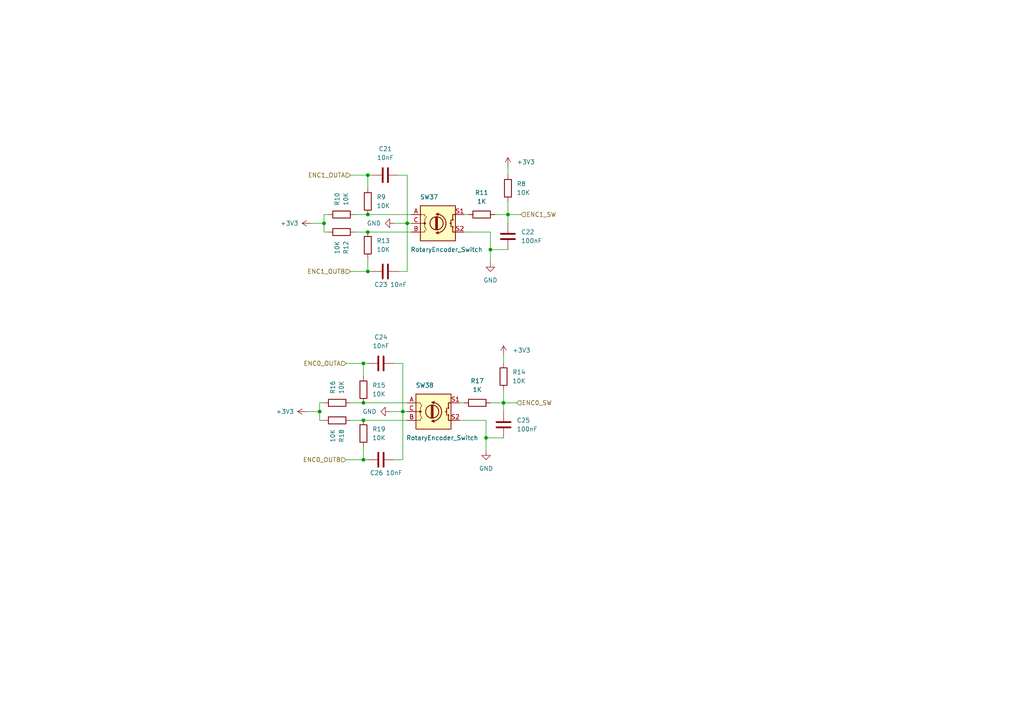
<source format=kicad_sch>
(kicad_sch (version 20211123) (generator eeschema)
  (paper "A4")
  (lib_symbols
    (symbol "Device:C" (pin_numbers hide) (pin_names (offset 0.254))
      (property "Reference" "C" (at 0.635 2.54 0))
      (property "Value" "C" (at 0.635 -2.54 0))
      (symbol "C_0_1"
        (polyline (pts (xy -2.032 -0.762) (xy 2.032 -0.762)) (stroke (width 0.508)))
        (polyline (pts (xy -2.032 0.762) (xy 2.032 0.762)) (stroke (width 0.508)))
      )
      (symbol "C_1_1"
        (pin passive line (at 0 3.81 270) (length 2.794) (name "~") (number "1"))
        (pin passive line (at 0 -3.81 90) (length 2.794) (name "~") (number "2"))
      )
    )
    (symbol "Device:R" (pin_numbers hide) (pin_names (offset 0))
      (property "Reference" "R" (at 2.032 0 90))
      (property "Value" "R" (at 0 0 90))
      (symbol "R_0_1"
        (rectangle (start -1.016 -2.54) (end 1.016 2.54) (stroke (width 0.254)))
      )
      (symbol "R_1_1"
        (pin passive line (at 0 3.81 270) (length 1.27) (name "~") (number "1"))
        (pin passive line (at 0 -3.81 90) (length 1.27) (name "~") (number "2"))
      )
    )
    (symbol "Device:RotaryEncoder_Switch" (pin_names (offset 0.254) hide)
      (property "Reference" "SW" (at 0 6.604 0))
      (property "Value" "RotaryEncoder_Switch" (at 0 -6.604 0))
      (symbol "RotaryEncoder_Switch_0_1"
        (rectangle (start -5.08 5.08) (end 5.08 -5.08) (stroke (width 0.254)) (fill (type background)))
        (circle (center -3.81 0) (radius 0.254) (fill (type outline)))
        (arc (start -0.381 -2.794) (mid 2.3622 -0.0635) (end -0.381 2.667) (stroke (width 0.254)))
        (circle (center -0.381 0) (radius 1.905) (stroke (width 0.254)))
        (polyline (pts (xy -0.635 -1.778) (xy -0.635 1.778)) (stroke (width 0.254)))
        (polyline (pts (xy -0.381 -1.778) (xy -0.381 1.778)) (stroke (width 0.254)))
        (polyline (pts (xy -0.127 1.778) (xy -0.127 -1.778)) (stroke (width 0.254)))
        (polyline (pts (xy 3.81 0) (xy 3.429 0)) (stroke (width 0.254)))
        (polyline (pts (xy 3.81 1.016) (xy 3.81 -1.016)) (stroke (width 0.254)))
        (polyline (pts (xy -5.08 -2.54) (xy -3.81 -2.54) (xy -3.81 -2.032)))
        (polyline (pts (xy -5.08 2.54) (xy -3.81 2.54) (xy -3.81 2.032)))
        (polyline (pts (xy 0.254 -3.048) (xy -0.508 -2.794) (xy 0.127 -2.413)) (stroke (width 0.254)))
        (polyline (pts (xy 0.254 2.921) (xy -0.508 2.667) (xy 0.127 2.286)) (stroke (width 0.254)))
        (polyline (pts (xy 5.08 -2.54) (xy 4.318 -2.54) (xy 4.318 -1.016)) (stroke (width 0.254)))
        (polyline (pts (xy 5.08 2.54) (xy 4.318 2.54) (xy 4.318 1.016)) (stroke (width 0.254)))
        (polyline (pts (xy -5.08 0) (xy -3.81 0) (xy -3.81 -1.016) (xy -3.302 -2.032)))
        (polyline (pts (xy -4.318 0) (xy -3.81 0) (xy -3.81 1.016) (xy -3.302 2.032)))
        (circle (center 4.318 -1.016) (radius 0.127) (stroke (width 0.254)))
        (circle (center 4.318 1.016) (radius 0.127) (stroke (width 0.254)))
      )
      (symbol "RotaryEncoder_Switch_1_1"
        (pin passive line (at -7.62 2.54 0) (length 2.54) (name "A") (number "A"))
        (pin passive line (at -7.62 -2.54 0) (length 2.54) (name "B") (number "B"))
        (pin passive line (at -7.62 0 0) (length 2.54) (name "C") (number "C"))
        (pin passive line (at 7.62 2.54 180) (length 2.54) (name "S1") (number "S1"))
        (pin passive line (at 7.62 -2.54 180) (length 2.54) (name "S2") (number "S2"))
      )
    )
    (symbol "power:+3V3" (power) (pin_names (offset 0))
      (property "Value" "+3V3" (at 0 3.556 0))
      (symbol "+3V3_0_1"
        (polyline (pts (xy -0.762 1.27) (xy 0 2.54)))
        (polyline (pts (xy 0 0) (xy 0 2.54)))
        (polyline (pts (xy 0 2.54) (xy 0.762 1.27)))
      )
      (symbol "+3V3_1_1"
        (pin power_in line (at 0 0 90) (length 0) hide (name "+3V3") (number "1"))
      )
    )
    (symbol "power:GND" (power) (pin_names (offset 0))
      (property "Value" "GND" (at 0 -3.81 0))
      (symbol "GND_0_1"
        (polyline (pts (xy 0 0) (xy 0 -1.27) (xy 1.27 -1.27) (xy 0 -2.54) (xy -1.27 -1.27) (xy 0 -1.27)))
      )
      (symbol "GND_1_1"
        (pin power_in line (at 0 0 270) (length 0) hide (name "GND") (number "1"))
      )
    )
  )
  (junction (at 118.11 64.77))
  (junction (at 105.41 121.92))
  (junction (at 92.71 119.38))
  (junction (at 93.98 64.77))
  (junction (at 106.68 78.74))
  (junction (at 142.24 72.39))
  (junction (at 147.32 62.23))
  (junction (at 105.41 105.41))
  (junction (at 105.41 133.35))
  (junction (at 116.84 119.38))
  (junction (at 146.05 116.84))
  (junction (at 106.68 67.31))
  (junction (at 106.68 62.23))
  (junction (at 105.41 116.84))
  (junction (at 140.97 127))
  (junction (at 106.68 50.8))
  (wire (pts (xy 106.68 67.31) (xy 119.38 67.31)))
  (wire (pts (xy 107.95 78.74) (xy 106.68 78.74)))
  (wire (pts (xy 100.33 105.41) (xy 105.41 105.41)))
  (wire (pts (xy 134.62 62.23) (xy 135.89 62.23)))
  (wire (pts (xy 114.3 133.35) (xy 116.84 133.35)))
  (wire (pts (xy 146.05 116.84) (xy 149.86 116.84)))
  (wire (pts (xy 105.41 105.41) (xy 105.41 109.22)))
  (wire (pts (xy 142.24 116.84) (xy 146.05 116.84)))
  (wire (pts (xy 140.97 127) (xy 140.97 130.81)))
  (wire (pts (xy 133.35 121.92) (xy 140.97 121.92)))
  (wire (pts (xy 116.84 105.41) (xy 116.84 119.38)))
  (wire (pts (xy 147.32 58.42) (xy 147.32 62.23)))
  (wire (pts (xy 115.57 50.8) (xy 118.11 50.8)))
  (wire (pts (xy 142.24 67.31) (xy 142.24 72.39)))
  (wire (pts (xy 88.9 119.38) (xy 92.71 119.38)))
  (wire (pts (xy 106.68 133.35) (xy 105.41 133.35)))
  (wire (pts (xy 106.68 105.41) (xy 105.41 105.41)))
  (wire (pts (xy 93.98 67.31) (xy 95.25 67.31)))
  (wire (pts (xy 147.32 48.26) (xy 147.32 50.8)))
  (wire (pts (xy 116.84 133.35) (xy 116.84 119.38)))
  (wire (pts (xy 140.97 127) (xy 146.05 127)))
  (wire (pts (xy 147.32 62.23) (xy 147.32 64.77)))
  (wire (pts (xy 106.68 74.93) (xy 106.68 78.74)))
  (wire (pts (xy 113.03 119.38) (xy 116.84 119.38)))
  (wire (pts (xy 134.62 67.31) (xy 142.24 67.31)))
  (wire (pts (xy 118.11 64.77) (xy 119.38 64.77)))
  (wire (pts (xy 101.6 116.84) (xy 105.41 116.84)))
  (wire (pts (xy 146.05 102.87) (xy 146.05 105.41)))
  (wire (pts (xy 146.05 113.03) (xy 146.05 116.84)))
  (wire (pts (xy 92.71 121.92) (xy 93.98 121.92)))
  (wire (pts (xy 90.17 64.77) (xy 93.98 64.77)))
  (wire (pts (xy 147.32 62.23) (xy 151.13 62.23)))
  (wire (pts (xy 118.11 78.74) (xy 118.11 64.77)))
  (wire (pts (xy 133.35 116.84) (xy 134.62 116.84)))
  (wire (pts (xy 118.11 50.8) (xy 118.11 64.77)))
  (wire (pts (xy 107.95 50.8) (xy 106.68 50.8)))
  (wire (pts (xy 93.98 62.23) (xy 93.98 64.77)))
  (wire (pts (xy 105.41 121.92) (xy 118.11 121.92)))
  (wire (pts (xy 102.87 62.23) (xy 106.68 62.23)))
  (wire (pts (xy 105.41 129.54) (xy 105.41 133.35)))
  (wire (pts (xy 106.68 62.23) (xy 119.38 62.23)))
  (wire (pts (xy 116.84 119.38) (xy 118.11 119.38)))
  (wire (pts (xy 105.41 116.84) (xy 118.11 116.84)))
  (wire (pts (xy 106.68 50.8) (xy 106.68 54.61)))
  (wire (pts (xy 146.05 116.84) (xy 146.05 119.38)))
  (wire (pts (xy 93.98 116.84) (xy 92.71 116.84)))
  (wire (pts (xy 100.33 133.35) (xy 105.41 133.35)))
  (wire (pts (xy 142.24 72.39) (xy 142.24 76.2)))
  (wire (pts (xy 143.51 62.23) (xy 147.32 62.23)))
  (wire (pts (xy 92.71 116.84) (xy 92.71 119.38)))
  (wire (pts (xy 101.6 78.74) (xy 106.68 78.74)))
  (wire (pts (xy 115.57 78.74) (xy 118.11 78.74)))
  (wire (pts (xy 114.3 64.77) (xy 118.11 64.77)))
  (wire (pts (xy 93.98 64.77) (xy 93.98 67.31)))
  (wire (pts (xy 140.97 121.92) (xy 140.97 127)))
  (wire (pts (xy 95.25 62.23) (xy 93.98 62.23)))
  (wire (pts (xy 142.24 72.39) (xy 147.32 72.39)))
  (wire (pts (xy 101.6 50.8) (xy 106.68 50.8)))
  (wire (pts (xy 92.71 119.38) (xy 92.71 121.92)))
  (wire (pts (xy 101.6 121.92) (xy 105.41 121.92)))
  (wire (pts (xy 102.87 67.31) (xy 106.68 67.31)))
  (wire (pts (xy 114.3 105.41) (xy 116.84 105.41)))
  (hierarchical_label "ENC1_OUTB" (shape input) (at 101.6 78.74 180))
  (hierarchical_label "ENC0_OUTB" (shape input) (at 100.33 133.35 180))
  (hierarchical_label "ENC0_SW" (shape input) (at 149.86 116.84 0))
  (hierarchical_label "ENC0_OUTA" (shape input) (at 100.33 105.41 180))
  (hierarchical_label "ENC1_SW" (shape input) (at 151.13 62.23 0))
  (hierarchical_label "ENC1_OUTA" (shape input) (at 101.6 50.8 180))
  (symbol (lib_id "Device:R") (at 97.79 121.92 270) (unit 1)
    (property "Reference" "R18" (at 99.0601 124.46 0) (effects (justify left)))
    (property "Value" "10K" (at 96.52 124.46 0) (effects (justify left)))
    (property "Footprint" "Resistor_SMD:R_0603_1608Metric" (effects hide))
    (property "LCSC" "C25804" (effects hide))
  )
  (symbol (lib_id "Device:R") (at 147.32 54.61 0) (unit 1)
    (property "Reference" "R8" (at 149.86 53.3399 0) (effects (justify left)))
    (property "Value" "10K" (at 149.86 55.88 0) (effects (justify left)))
    (property "Footprint" "Resistor_SMD:R_0603_1608Metric" (effects hide))
    (property "LCSC" "C25804" (effects hide))
  )
  (symbol (lib_id "Device:C") (at 146.05 123.19 0) (unit 1)
    (property "Reference" "C25" (at 149.86 121.9199 0) (effects (justify left)))
    (property "Value" "100nF" (at 149.86 124.4599 0) (effects (justify left)))
    (property "Footprint" "Capacitor_SMD:C_0603_1608Metric" (effects hide))
    (property "LCSC" "C14663" (effects hide))
  )
  (symbol (lib_id "power:GND") (at 114.3 64.77 270) (unit 1)
    (property "Reference" "#PWR059" (effects hide))
    (property "Value" "GND" (at 110.49 64.7699 90) (effects (justify right)))
  )
  (symbol (lib_id "power:GND") (at 113.03 119.38 270) (unit 1)
    (property "Reference" "#PWR063" (effects hide))
    (property "Value" "GND" (at 109.22 119.3799 90) (effects (justify right)))
  )
  (symbol (lib_id "Device:C") (at 110.49 105.41 90) (unit 1)
    (property "Reference" "C24" (at 110.49 97.79 90))
    (property "Value" "10nF" (at 110.49 100.33 90))
    (property "Footprint" "Capacitor_SMD:C_0603_1608Metric" (effects hide))
    (property "LCSC" "C57112" (effects hide))
  )
  (symbol (lib_id "Device:RotaryEncoder_Switch") (at 125.73 119.38 0) (unit 1)
    (property "Reference" "SW38" (at 123.19 111.76 0))
    (property "Value" "RotaryEncoder_Switch" (at 128.27 127 0))
    (property "Footprint" "User_Global_Library:PEC11R-4220K-S0024" (effects hide))
  )
  (symbol (lib_id "power:GND") (at 140.97 130.81 0) (unit 1)
    (property "Reference" "#PWR064" (effects hide))
    (property "Value" "GND" (at 140.97 135.89 0))
  )
  (symbol (lib_id "Device:C") (at 147.32 68.58 0) (unit 1)
    (property "Reference" "C22" (at 151.13 67.3099 0) (effects (justify left)))
    (property "Value" "100nF" (at 151.13 69.8499 0) (effects (justify left)))
    (property "Footprint" "Capacitor_SMD:C_0603_1608Metric" (effects hide))
    (property "LCSC" "C14663" (effects hide))
  )
  (symbol (lib_id "Device:R") (at 99.06 67.31 270) (unit 1)
    (property "Reference" "R12" (at 100.3301 69.85 0) (effects (justify left)))
    (property "Value" "10K" (at 97.79 69.85 0) (effects (justify left)))
    (property "Footprint" "Resistor_SMD:R_0603_1608Metric" (effects hide))
    (property "LCSC" "C25804" (effects hide))
  )
  (symbol (lib_id "Device:R") (at 97.79 116.84 90) (unit 1)
    (property "Reference" "R16" (at 96.5199 114.3 0) (effects (justify left)))
    (property "Value" "10K" (at 99.06 114.3 0) (effects (justify left)))
    (property "Footprint" "Resistor_SMD:R_0603_1608Metric" (effects hide))
    (property "LCSC" "C25804" (effects hide))
  )
  (symbol (lib_id "Device:R") (at 138.43 116.84 90) (unit 1)
    (property "Reference" "R17" (at 138.43 110.49 90))
    (property "Value" "1K" (at 138.43 113.03 90))
    (property "Footprint" "Resistor_SMD:R_0603_1608Metric" (effects hide))
    (property "LCSC" "C21190" (effects hide))
  )
  (symbol (lib_id "power:+3V3") (at 88.9 119.38 90) (unit 1)
    (property "Reference" "#PWR062" (effects hide))
    (property "Value" "+3V3" (at 80.01 119.38 90) (effects (justify right)))
  )
  (symbol (lib_id "Device:R") (at 106.68 58.42 0) (unit 1)
    (property "Reference" "R9" (at 109.22 57.1499 0) (effects (justify left)))
    (property "Value" "10K" (at 109.22 59.69 0) (effects (justify left)))
    (property "Footprint" "Resistor_SMD:R_0603_1608Metric" (effects hide))
    (property "LCSC" "C25804" (effects hide))
  )
  (symbol (lib_id "power:GND") (at 142.24 76.2 0) (unit 1)
    (property "Reference" "#PWR060" (effects hide))
    (property "Value" "GND" (at 142.24 81.28 0))
  )
  (symbol (lib_id "Device:R") (at 139.7 62.23 90) (unit 1)
    (property "Reference" "R11" (at 139.7 55.88 90))
    (property "Value" "1K" (at 139.7 58.42 90))
    (property "Footprint" "Resistor_SMD:R_0603_1608Metric" (effects hide))
    (property "LCSC" "C21190" (effects hide))
  )
  (symbol (lib_id "Device:R") (at 99.06 62.23 90) (unit 1)
    (property "Reference" "R10" (at 97.7899 59.69 0) (effects (justify left)))
    (property "Value" "10K" (at 100.33 59.69 0) (effects (justify left)))
    (property "Footprint" "Resistor_SMD:R_0603_1608Metric" (effects hide))
    (property "LCSC" "C25804" (effects hide))
  )
  (symbol (lib_id "Device:RotaryEncoder_Switch") (at 127 64.77 0) (unit 1)
    (property "Reference" "SW37" (at 124.46 57.15 0))
    (property "Value" "RotaryEncoder_Switch" (at 129.54 72.39 0))
    (property "Footprint" "User_Global_Library:PEC11R-4220K-S0024" (effects hide))
  )
  (symbol (lib_id "Device:R") (at 106.68 71.12 0) (unit 1)
    (property "Reference" "R13" (at 109.22 69.8499 0) (effects (justify left)))
    (property "Value" "10K" (at 109.22 72.39 0) (effects (justify left)))
    (property "Footprint" "Resistor_SMD:R_0603_1608Metric" (effects hide))
    (property "LCSC" "C25804" (effects hide))
  )
  (symbol (lib_id "Device:C") (at 110.49 133.35 90) (unit 1)
    (property "Reference" "C26" (at 109.22 137.16 90))
    (property "Value" "10nF" (at 114.3 137.16 90))
    (property "Footprint" "Capacitor_SMD:C_0603_1608Metric" (effects hide))
    (property "LCSC" "C57112" (effects hide))
  )
  (symbol (lib_id "Device:R") (at 105.41 113.03 0) (unit 1)
    (property "Reference" "R15" (at 107.95 111.7599 0) (effects (justify left)))
    (property "Value" "10K" (at 107.95 114.3 0) (effects (justify left)))
    (property "Footprint" "Resistor_SMD:R_0603_1608Metric" (effects hide))
    (property "LCSC" "C25804" (effects hide))
  )
  (symbol (lib_id "power:+3V3") (at 146.05 102.87 0) (unit 1)
    (property "Reference" "#PWR061" (effects hide))
    (property "Value" "+3V3" (at 148.59 101.5999 0) (effects (justify left)))
  )
  (symbol (lib_id "Device:C") (at 111.76 78.74 90) (unit 1)
    (property "Reference" "C23" (at 110.49 82.55 90))
    (property "Value" "10nF" (at 115.57 82.55 90))
    (property "Footprint" "Capacitor_SMD:C_0603_1608Metric" (effects hide))
    (property "LCSC" "C57112" (effects hide))
  )
  (symbol (lib_id "power:+3V3") (at 147.32 48.26 0) (unit 1)
    (property "Reference" "#PWR057" (effects hide))
    (property "Value" "+3V3" (at 149.86 46.9899 0) (effects (justify left)))
  )
  (symbol (lib_id "Device:C") (at 111.76 50.8 90) (unit 1)
    (property "Reference" "C21" (at 111.76 43.18 90))
    (property "Value" "10nF" (at 111.76 45.72 90))
    (property "Footprint" "Capacitor_SMD:C_0603_1608Metric" (effects hide))
    (property "LCSC" "C57112" (effects hide))
  )
  (symbol (lib_id "Device:R") (at 105.41 125.73 0) (unit 1)
    (property "Reference" "R19" (at 107.95 124.4599 0) (effects (justify left)))
    (property "Value" "10K" (at 107.95 127 0) (effects (justify left)))
    (property "Footprint" "Resistor_SMD:R_0603_1608Metric" (effects hide))
    (property "LCSC" "C25804" (effects hide))
  )
  (symbol (lib_id "Device:R") (at 146.05 109.22 0) (unit 1)
    (property "Reference" "R14" (at 148.59 107.9499 0) (effects (justify left)))
    (property "Value" "10K" (at 148.59 110.49 0) (effects (justify left)))
    (property "Footprint" "Resistor_SMD:R_0603_1608Metric" (effects hide))
    (property "LCSC" "C25804" (effects hide))
  )
  (symbol (lib_id "power:+3V3") (at 90.17 64.77 90) (unit 1)
    (property "Reference" "#PWR058" (effects hide))
    (property "Value" "+3V3" (at 81.28 64.77 90) (effects (justify right)))
  )
)
</source>
